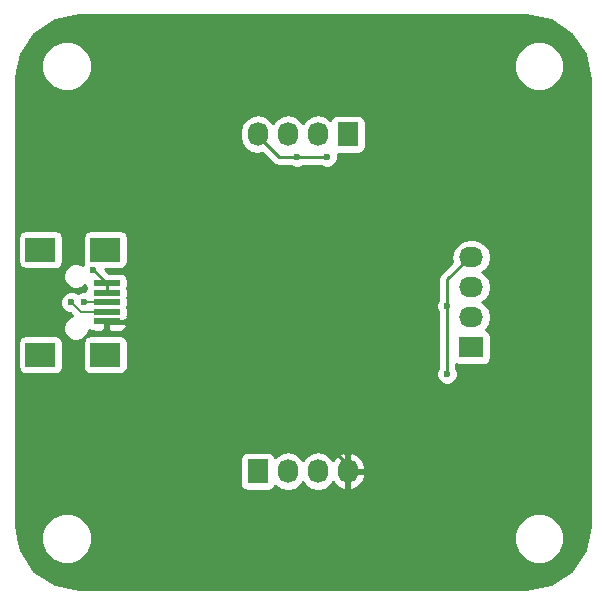
<source format=gbr>
G04 #@! TF.FileFunction,Copper,L2,Bot,Signal*
%FSLAX46Y46*%
G04 Gerber Fmt 4.6, Leading zero omitted, Abs format (unit mm)*
G04 Created by KiCad (PCBNEW 4.0.2+dfsg1-stable) date Thu 18 Aug 2016 03:04:42 AM CEST*
%MOMM*%
G01*
G04 APERTURE LIST*
%ADD10C,0.100000*%
%ADD11R,1.727200X2.032000*%
%ADD12O,1.727200X2.032000*%
%ADD13R,2.301240X0.500380*%
%ADD14R,2.499360X1.998980*%
%ADD15R,2.032000X1.727200*%
%ADD16O,2.032000X1.727200*%
%ADD17C,0.600000*%
%ADD18C,0.254000*%
%ADD19C,0.200000*%
G04 APERTURE END LIST*
D10*
D11*
X107188000Y-97322000D03*
D12*
X109728000Y-97322000D03*
X112268000Y-97322000D03*
X114808000Y-97322000D03*
D13*
X94381320Y-84600200D03*
X94381320Y-83800100D03*
X94381320Y-83000000D03*
X94381320Y-82199900D03*
X94381320Y-81399800D03*
D14*
X94282260Y-87450080D03*
X88783160Y-87450080D03*
X94282260Y-78549920D03*
X88783160Y-78549920D03*
D15*
X125270000Y-86810000D03*
D16*
X125270000Y-84270000D03*
X125270000Y-81730000D03*
X125270000Y-79190000D03*
D11*
X114810000Y-68790000D03*
D12*
X112270000Y-68790000D03*
X109730000Y-68790000D03*
X107190000Y-68790000D03*
D17*
X93250000Y-80250000D03*
X117000000Y-69000000D03*
X105144121Y-68904833D03*
X93217613Y-85608594D03*
X123201588Y-89065557D03*
X123238000Y-83312000D03*
X110499391Y-70698724D03*
X113056309Y-70714556D03*
X92500000Y-83000000D03*
X91404206Y-83013466D03*
D18*
X94381320Y-81399800D02*
X94381320Y-81381320D01*
X94381320Y-81381320D02*
X93250000Y-80250000D01*
X94381320Y-82199900D02*
X94381320Y-81399800D01*
X117000000Y-69000000D02*
X117000000Y-67684026D01*
X117000000Y-67684026D02*
X116065974Y-66750000D01*
X116065974Y-66750000D02*
X106500000Y-66750000D01*
X106500000Y-66750000D02*
X105144121Y-68105879D01*
X105144121Y-68105879D02*
X105144121Y-68904833D01*
X105144121Y-69329097D02*
X105144121Y-68904833D01*
X105144121Y-71944814D02*
X105144121Y-69329097D01*
X105156000Y-71956693D02*
X105144121Y-71944814D01*
X114808000Y-97322000D02*
X114808000Y-96820678D01*
X114808000Y-96820678D02*
X104062861Y-86075539D01*
X104062861Y-86075539D02*
X102608828Y-87529572D01*
X102608828Y-87529572D02*
X102608828Y-82187802D01*
X102608828Y-82187802D02*
X105156000Y-79640630D01*
X99500000Y-87529572D02*
X102608828Y-87529572D01*
X98715312Y-87529572D02*
X99500000Y-87529572D01*
X105156000Y-79640630D02*
X105156000Y-69206693D01*
X105156000Y-79640630D02*
X105622334Y-79640630D01*
X114808000Y-97169600D02*
X114808000Y-97322000D01*
X94381320Y-85104390D02*
X93877116Y-85608594D01*
X93877116Y-85608594D02*
X93641877Y-85608594D01*
X94381320Y-84600200D02*
X94381320Y-85104390D01*
X93641877Y-85608594D02*
X93217613Y-85608594D01*
X94381320Y-84600200D02*
X95785940Y-84600200D01*
X95785940Y-84600200D02*
X98715312Y-87529572D01*
X123238000Y-89029145D02*
X123201588Y-89065557D01*
X123238000Y-83312000D02*
X123238000Y-89029145D01*
X123238000Y-81069600D02*
X125117600Y-79190000D01*
X125117600Y-79190000D02*
X125270000Y-79190000D01*
X123238000Y-83312000D02*
X123238000Y-81069600D01*
X108946324Y-70698724D02*
X110075127Y-70698724D01*
X107190000Y-68790000D02*
X107190000Y-68942400D01*
X110075127Y-70698724D02*
X110499391Y-70698724D01*
X113056309Y-70714556D02*
X110515223Y-70714556D01*
X107190000Y-68942400D02*
X108946324Y-70698724D01*
X110515223Y-70714556D02*
X110499391Y-70698724D01*
D19*
X92500000Y-83000000D02*
X94381320Y-83000000D01*
X94381320Y-83800100D02*
X92190840Y-83800100D01*
X92190840Y-83800100D02*
X91704205Y-83313465D01*
X91704205Y-83313465D02*
X91404206Y-83013466D01*
D18*
G36*
X132019072Y-59125528D02*
X133730760Y-60269241D01*
X134874471Y-61980926D01*
X135290000Y-64069931D01*
X135290000Y-101930069D01*
X134874471Y-104019074D01*
X133730760Y-105730759D01*
X132019072Y-106874472D01*
X129930069Y-107290000D01*
X92069931Y-107290000D01*
X89980926Y-106874471D01*
X88269241Y-105730760D01*
X87125528Y-104019072D01*
X87006926Y-103422815D01*
X88864630Y-103422815D01*
X89188980Y-104207800D01*
X89789041Y-104808909D01*
X90573459Y-105134628D01*
X91422815Y-105135370D01*
X92207800Y-104811020D01*
X92808909Y-104210959D01*
X93134628Y-103426541D01*
X93134631Y-103422815D01*
X128864630Y-103422815D01*
X129188980Y-104207800D01*
X129789041Y-104808909D01*
X130573459Y-105134628D01*
X131422815Y-105135370D01*
X132207800Y-104811020D01*
X132808909Y-104210959D01*
X133134628Y-103426541D01*
X133135370Y-102577185D01*
X132811020Y-101792200D01*
X132210959Y-101191091D01*
X131426541Y-100865372D01*
X130577185Y-100864630D01*
X129792200Y-101188980D01*
X129191091Y-101789041D01*
X128865372Y-102573459D01*
X128864630Y-103422815D01*
X93134631Y-103422815D01*
X93135370Y-102577185D01*
X92811020Y-101792200D01*
X92210959Y-101191091D01*
X91426541Y-100865372D01*
X90577185Y-100864630D01*
X89792200Y-101188980D01*
X89191091Y-101789041D01*
X88865372Y-102573459D01*
X88864630Y-103422815D01*
X87006926Y-103422815D01*
X86710000Y-101930069D01*
X86710000Y-96306000D01*
X105676960Y-96306000D01*
X105676960Y-98338000D01*
X105721238Y-98573317D01*
X105860310Y-98789441D01*
X106072510Y-98934431D01*
X106324400Y-98985440D01*
X108051600Y-98985440D01*
X108286917Y-98941162D01*
X108503041Y-98802090D01*
X108648031Y-98589890D01*
X108656400Y-98548561D01*
X108668330Y-98566415D01*
X109154511Y-98891271D01*
X109728000Y-99005345D01*
X110301489Y-98891271D01*
X110787670Y-98566415D01*
X110998000Y-98251634D01*
X111208330Y-98566415D01*
X111694511Y-98891271D01*
X112268000Y-99005345D01*
X112841489Y-98891271D01*
X113327670Y-98566415D01*
X113534461Y-98256931D01*
X113905964Y-98672732D01*
X114433209Y-98926709D01*
X114448974Y-98929358D01*
X114681000Y-98808217D01*
X114681000Y-97449000D01*
X114935000Y-97449000D01*
X114935000Y-98808217D01*
X115167026Y-98929358D01*
X115182791Y-98926709D01*
X115710036Y-98672732D01*
X116099954Y-98236320D01*
X116293184Y-97683913D01*
X116148924Y-97449000D01*
X114935000Y-97449000D01*
X114681000Y-97449000D01*
X114661000Y-97449000D01*
X114661000Y-97195000D01*
X114681000Y-97195000D01*
X114681000Y-95835783D01*
X114935000Y-95835783D01*
X114935000Y-97195000D01*
X116148924Y-97195000D01*
X116293184Y-96960087D01*
X116099954Y-96407680D01*
X115710036Y-95971268D01*
X115182791Y-95717291D01*
X115167026Y-95714642D01*
X114935000Y-95835783D01*
X114681000Y-95835783D01*
X114448974Y-95714642D01*
X114433209Y-95717291D01*
X113905964Y-95971268D01*
X113534461Y-96387069D01*
X113327670Y-96077585D01*
X112841489Y-95752729D01*
X112268000Y-95638655D01*
X111694511Y-95752729D01*
X111208330Y-96077585D01*
X110998000Y-96392366D01*
X110787670Y-96077585D01*
X110301489Y-95752729D01*
X109728000Y-95638655D01*
X109154511Y-95752729D01*
X108668330Y-96077585D01*
X108658757Y-96091913D01*
X108654762Y-96070683D01*
X108515690Y-95854559D01*
X108303490Y-95709569D01*
X108051600Y-95658560D01*
X106324400Y-95658560D01*
X106089083Y-95702838D01*
X105872959Y-95841910D01*
X105727969Y-96054110D01*
X105676960Y-96306000D01*
X86710000Y-96306000D01*
X86710000Y-89250724D01*
X122266426Y-89250724D01*
X122408471Y-89594500D01*
X122671261Y-89857749D01*
X123014789Y-90000395D01*
X123386755Y-90000719D01*
X123730531Y-89858674D01*
X123993780Y-89595884D01*
X124136426Y-89252356D01*
X124136750Y-88880390D01*
X124000000Y-88549429D01*
X124000000Y-88268589D01*
X124002110Y-88270031D01*
X124254000Y-88321040D01*
X126286000Y-88321040D01*
X126521317Y-88276762D01*
X126737441Y-88137690D01*
X126882431Y-87925490D01*
X126933440Y-87673600D01*
X126933440Y-85946400D01*
X126889162Y-85711083D01*
X126750090Y-85494959D01*
X126537890Y-85349969D01*
X126496561Y-85341600D01*
X126514415Y-85329670D01*
X126839271Y-84843489D01*
X126953345Y-84270000D01*
X126839271Y-83696511D01*
X126514415Y-83210330D01*
X126199634Y-83000000D01*
X126514415Y-82789670D01*
X126839271Y-82303489D01*
X126953345Y-81730000D01*
X126839271Y-81156511D01*
X126514415Y-80670330D01*
X126199634Y-80460000D01*
X126514415Y-80249670D01*
X126839271Y-79763489D01*
X126953345Y-79190000D01*
X126839271Y-78616511D01*
X126514415Y-78130330D01*
X126028234Y-77805474D01*
X125454745Y-77691400D01*
X125085255Y-77691400D01*
X124511766Y-77805474D01*
X124025585Y-78130330D01*
X123700729Y-78616511D01*
X123586655Y-79190000D01*
X123661865Y-79568105D01*
X122699185Y-80530785D01*
X122534004Y-80777995D01*
X122476000Y-81069600D01*
X122476000Y-82751534D01*
X122445808Y-82781673D01*
X122303162Y-83125201D01*
X122302838Y-83497167D01*
X122444883Y-83840943D01*
X122476000Y-83872114D01*
X122476000Y-88468742D01*
X122409396Y-88535230D01*
X122266750Y-88878758D01*
X122266426Y-89250724D01*
X86710000Y-89250724D01*
X86710000Y-86450590D01*
X86886040Y-86450590D01*
X86886040Y-88449570D01*
X86930318Y-88684887D01*
X87069390Y-88901011D01*
X87281590Y-89046001D01*
X87533480Y-89097010D01*
X90032840Y-89097010D01*
X90268157Y-89052732D01*
X90484281Y-88913660D01*
X90629271Y-88701460D01*
X90680280Y-88449570D01*
X90680280Y-86450590D01*
X92385140Y-86450590D01*
X92385140Y-88449570D01*
X92429418Y-88684887D01*
X92568490Y-88901011D01*
X92780690Y-89046001D01*
X93032580Y-89097010D01*
X95531940Y-89097010D01*
X95767257Y-89052732D01*
X95983381Y-88913660D01*
X96128371Y-88701460D01*
X96179380Y-88449570D01*
X96179380Y-86450590D01*
X96135102Y-86215273D01*
X95996030Y-85999149D01*
X95783830Y-85854159D01*
X95531940Y-85803150D01*
X93032580Y-85803150D01*
X92797263Y-85847428D01*
X92581139Y-85986500D01*
X92436149Y-86198700D01*
X92385140Y-86450590D01*
X90680280Y-86450590D01*
X90636002Y-86215273D01*
X90496930Y-85999149D01*
X90284730Y-85854159D01*
X90032840Y-85803150D01*
X87533480Y-85803150D01*
X87298163Y-85847428D01*
X87082039Y-85986500D01*
X86937049Y-86198700D01*
X86886040Y-86450590D01*
X86710000Y-86450590D01*
X86710000Y-83198633D01*
X90469044Y-83198633D01*
X90611089Y-83542409D01*
X90873879Y-83805658D01*
X91217407Y-83948304D01*
X91299669Y-83948376D01*
X91495972Y-84144679D01*
X91169337Y-84279642D01*
X90863974Y-84584473D01*
X90698509Y-84982957D01*
X90698132Y-85414430D01*
X90862902Y-85813203D01*
X91167733Y-86118566D01*
X91566217Y-86284031D01*
X91997690Y-86284408D01*
X92396463Y-86119638D01*
X92701826Y-85814807D01*
X92867291Y-85416323D01*
X92867318Y-85385033D01*
X92871002Y-85388717D01*
X93104391Y-85485390D01*
X94095570Y-85485390D01*
X94254320Y-85326640D01*
X94254320Y-84725295D01*
X94508320Y-84725295D01*
X94508320Y-85326640D01*
X94667070Y-85485390D01*
X95658249Y-85485390D01*
X95891638Y-85388717D01*
X96070267Y-85210089D01*
X96166940Y-84976700D01*
X96166940Y-84884045D01*
X96008190Y-84725295D01*
X94508320Y-84725295D01*
X94254320Y-84725295D01*
X94234320Y-84725295D01*
X94234320Y-84697730D01*
X95531940Y-84697730D01*
X95767257Y-84653452D01*
X95983381Y-84514380D01*
X96014588Y-84468707D01*
X96166940Y-84316355D01*
X96166940Y-84223700D01*
X96151710Y-84186931D01*
X96179380Y-84050290D01*
X96179380Y-83549910D01*
X96150147Y-83394548D01*
X96179380Y-83250190D01*
X96179380Y-82749810D01*
X96150147Y-82594448D01*
X96179380Y-82450090D01*
X96179380Y-81949710D01*
X96150147Y-81794348D01*
X96179380Y-81649990D01*
X96179380Y-81149610D01*
X96135102Y-80914293D01*
X95996030Y-80698169D01*
X95783830Y-80553179D01*
X95531940Y-80502170D01*
X94579800Y-80502170D01*
X94274480Y-80196850D01*
X95531940Y-80196850D01*
X95767257Y-80152572D01*
X95983381Y-80013500D01*
X96128371Y-79801300D01*
X96179380Y-79549410D01*
X96179380Y-77550430D01*
X96135102Y-77315113D01*
X95996030Y-77098989D01*
X95783830Y-76953999D01*
X95531940Y-76902990D01*
X93032580Y-76902990D01*
X92797263Y-76947268D01*
X92581139Y-77086340D01*
X92436149Y-77298540D01*
X92385140Y-77550430D01*
X92385140Y-79549410D01*
X92429418Y-79784727D01*
X92430255Y-79786028D01*
X92391731Y-79878803D01*
X91999583Y-79715969D01*
X91568110Y-79715592D01*
X91169337Y-79880362D01*
X90863974Y-80185193D01*
X90698509Y-80583677D01*
X90698132Y-81015150D01*
X90862902Y-81413923D01*
X91167733Y-81719286D01*
X91566217Y-81884751D01*
X91997690Y-81885128D01*
X92396463Y-81720358D01*
X92583260Y-81533886D01*
X92583260Y-81649990D01*
X92612493Y-81805352D01*
X92583260Y-81949710D01*
X92583260Y-82065072D01*
X92314833Y-82064838D01*
X91971057Y-82206883D01*
X91945568Y-82232328D01*
X91934533Y-82221274D01*
X91591005Y-82078628D01*
X91219039Y-82078304D01*
X90875263Y-82220349D01*
X90612014Y-82483139D01*
X90469368Y-82826667D01*
X90469044Y-83198633D01*
X86710000Y-83198633D01*
X86710000Y-77550430D01*
X86886040Y-77550430D01*
X86886040Y-79549410D01*
X86930318Y-79784727D01*
X87069390Y-80000851D01*
X87281590Y-80145841D01*
X87533480Y-80196850D01*
X90032840Y-80196850D01*
X90268157Y-80152572D01*
X90484281Y-80013500D01*
X90629271Y-79801300D01*
X90680280Y-79549410D01*
X90680280Y-77550430D01*
X90636002Y-77315113D01*
X90496930Y-77098989D01*
X90284730Y-76953999D01*
X90032840Y-76902990D01*
X87533480Y-76902990D01*
X87298163Y-76947268D01*
X87082039Y-77086340D01*
X86937049Y-77298540D01*
X86886040Y-77550430D01*
X86710000Y-77550430D01*
X86710000Y-68605255D01*
X105691400Y-68605255D01*
X105691400Y-68974745D01*
X105805474Y-69548234D01*
X106130330Y-70034415D01*
X106616511Y-70359271D01*
X107190000Y-70473345D01*
X107568105Y-70398135D01*
X108407508Y-71237539D01*
X108654719Y-71402720D01*
X108946324Y-71460724D01*
X109938925Y-71460724D01*
X109969064Y-71490916D01*
X110312592Y-71633562D01*
X110684558Y-71633886D01*
X111028334Y-71491841D01*
X111043646Y-71476556D01*
X112495843Y-71476556D01*
X112525982Y-71506748D01*
X112869510Y-71649394D01*
X113241476Y-71649718D01*
X113585252Y-71507673D01*
X113848501Y-71244883D01*
X113991147Y-70901355D01*
X113991471Y-70529389D01*
X113960090Y-70453440D01*
X115673600Y-70453440D01*
X115908917Y-70409162D01*
X116125041Y-70270090D01*
X116270031Y-70057890D01*
X116321040Y-69806000D01*
X116321040Y-67774000D01*
X116276762Y-67538683D01*
X116137690Y-67322559D01*
X115925490Y-67177569D01*
X115673600Y-67126560D01*
X113946400Y-67126560D01*
X113711083Y-67170838D01*
X113494959Y-67309910D01*
X113349969Y-67522110D01*
X113341600Y-67563439D01*
X113329670Y-67545585D01*
X112843489Y-67220729D01*
X112270000Y-67106655D01*
X111696511Y-67220729D01*
X111210330Y-67545585D01*
X111000000Y-67860366D01*
X110789670Y-67545585D01*
X110303489Y-67220729D01*
X109730000Y-67106655D01*
X109156511Y-67220729D01*
X108670330Y-67545585D01*
X108460000Y-67860366D01*
X108249670Y-67545585D01*
X107763489Y-67220729D01*
X107190000Y-67106655D01*
X106616511Y-67220729D01*
X106130330Y-67545585D01*
X105805474Y-68031766D01*
X105691400Y-68605255D01*
X86710000Y-68605255D01*
X86710000Y-64069931D01*
X86838719Y-63422815D01*
X88864630Y-63422815D01*
X89188980Y-64207800D01*
X89789041Y-64808909D01*
X90573459Y-65134628D01*
X91422815Y-65135370D01*
X92207800Y-64811020D01*
X92808909Y-64210959D01*
X93134628Y-63426541D01*
X93134631Y-63422815D01*
X128864630Y-63422815D01*
X129188980Y-64207800D01*
X129789041Y-64808909D01*
X130573459Y-65134628D01*
X131422815Y-65135370D01*
X132207800Y-64811020D01*
X132808909Y-64210959D01*
X133134628Y-63426541D01*
X133135370Y-62577185D01*
X132811020Y-61792200D01*
X132210959Y-61191091D01*
X131426541Y-60865372D01*
X130577185Y-60864630D01*
X129792200Y-61188980D01*
X129191091Y-61789041D01*
X128865372Y-62573459D01*
X128864630Y-63422815D01*
X93134631Y-63422815D01*
X93135370Y-62577185D01*
X92811020Y-61792200D01*
X92210959Y-61191091D01*
X91426541Y-60865372D01*
X90577185Y-60864630D01*
X89792200Y-61188980D01*
X89191091Y-61789041D01*
X88865372Y-62573459D01*
X88864630Y-63422815D01*
X86838719Y-63422815D01*
X87125528Y-61980928D01*
X88269241Y-60269240D01*
X89980926Y-59125529D01*
X92069931Y-58710000D01*
X129930069Y-58710000D01*
X132019072Y-59125528D01*
X132019072Y-59125528D01*
G37*
X132019072Y-59125528D02*
X133730760Y-60269241D01*
X134874471Y-61980926D01*
X135290000Y-64069931D01*
X135290000Y-101930069D01*
X134874471Y-104019074D01*
X133730760Y-105730759D01*
X132019072Y-106874472D01*
X129930069Y-107290000D01*
X92069931Y-107290000D01*
X89980926Y-106874471D01*
X88269241Y-105730760D01*
X87125528Y-104019072D01*
X87006926Y-103422815D01*
X88864630Y-103422815D01*
X89188980Y-104207800D01*
X89789041Y-104808909D01*
X90573459Y-105134628D01*
X91422815Y-105135370D01*
X92207800Y-104811020D01*
X92808909Y-104210959D01*
X93134628Y-103426541D01*
X93134631Y-103422815D01*
X128864630Y-103422815D01*
X129188980Y-104207800D01*
X129789041Y-104808909D01*
X130573459Y-105134628D01*
X131422815Y-105135370D01*
X132207800Y-104811020D01*
X132808909Y-104210959D01*
X133134628Y-103426541D01*
X133135370Y-102577185D01*
X132811020Y-101792200D01*
X132210959Y-101191091D01*
X131426541Y-100865372D01*
X130577185Y-100864630D01*
X129792200Y-101188980D01*
X129191091Y-101789041D01*
X128865372Y-102573459D01*
X128864630Y-103422815D01*
X93134631Y-103422815D01*
X93135370Y-102577185D01*
X92811020Y-101792200D01*
X92210959Y-101191091D01*
X91426541Y-100865372D01*
X90577185Y-100864630D01*
X89792200Y-101188980D01*
X89191091Y-101789041D01*
X88865372Y-102573459D01*
X88864630Y-103422815D01*
X87006926Y-103422815D01*
X86710000Y-101930069D01*
X86710000Y-96306000D01*
X105676960Y-96306000D01*
X105676960Y-98338000D01*
X105721238Y-98573317D01*
X105860310Y-98789441D01*
X106072510Y-98934431D01*
X106324400Y-98985440D01*
X108051600Y-98985440D01*
X108286917Y-98941162D01*
X108503041Y-98802090D01*
X108648031Y-98589890D01*
X108656400Y-98548561D01*
X108668330Y-98566415D01*
X109154511Y-98891271D01*
X109728000Y-99005345D01*
X110301489Y-98891271D01*
X110787670Y-98566415D01*
X110998000Y-98251634D01*
X111208330Y-98566415D01*
X111694511Y-98891271D01*
X112268000Y-99005345D01*
X112841489Y-98891271D01*
X113327670Y-98566415D01*
X113534461Y-98256931D01*
X113905964Y-98672732D01*
X114433209Y-98926709D01*
X114448974Y-98929358D01*
X114681000Y-98808217D01*
X114681000Y-97449000D01*
X114935000Y-97449000D01*
X114935000Y-98808217D01*
X115167026Y-98929358D01*
X115182791Y-98926709D01*
X115710036Y-98672732D01*
X116099954Y-98236320D01*
X116293184Y-97683913D01*
X116148924Y-97449000D01*
X114935000Y-97449000D01*
X114681000Y-97449000D01*
X114661000Y-97449000D01*
X114661000Y-97195000D01*
X114681000Y-97195000D01*
X114681000Y-95835783D01*
X114935000Y-95835783D01*
X114935000Y-97195000D01*
X116148924Y-97195000D01*
X116293184Y-96960087D01*
X116099954Y-96407680D01*
X115710036Y-95971268D01*
X115182791Y-95717291D01*
X115167026Y-95714642D01*
X114935000Y-95835783D01*
X114681000Y-95835783D01*
X114448974Y-95714642D01*
X114433209Y-95717291D01*
X113905964Y-95971268D01*
X113534461Y-96387069D01*
X113327670Y-96077585D01*
X112841489Y-95752729D01*
X112268000Y-95638655D01*
X111694511Y-95752729D01*
X111208330Y-96077585D01*
X110998000Y-96392366D01*
X110787670Y-96077585D01*
X110301489Y-95752729D01*
X109728000Y-95638655D01*
X109154511Y-95752729D01*
X108668330Y-96077585D01*
X108658757Y-96091913D01*
X108654762Y-96070683D01*
X108515690Y-95854559D01*
X108303490Y-95709569D01*
X108051600Y-95658560D01*
X106324400Y-95658560D01*
X106089083Y-95702838D01*
X105872959Y-95841910D01*
X105727969Y-96054110D01*
X105676960Y-96306000D01*
X86710000Y-96306000D01*
X86710000Y-89250724D01*
X122266426Y-89250724D01*
X122408471Y-89594500D01*
X122671261Y-89857749D01*
X123014789Y-90000395D01*
X123386755Y-90000719D01*
X123730531Y-89858674D01*
X123993780Y-89595884D01*
X124136426Y-89252356D01*
X124136750Y-88880390D01*
X124000000Y-88549429D01*
X124000000Y-88268589D01*
X124002110Y-88270031D01*
X124254000Y-88321040D01*
X126286000Y-88321040D01*
X126521317Y-88276762D01*
X126737441Y-88137690D01*
X126882431Y-87925490D01*
X126933440Y-87673600D01*
X126933440Y-85946400D01*
X126889162Y-85711083D01*
X126750090Y-85494959D01*
X126537890Y-85349969D01*
X126496561Y-85341600D01*
X126514415Y-85329670D01*
X126839271Y-84843489D01*
X126953345Y-84270000D01*
X126839271Y-83696511D01*
X126514415Y-83210330D01*
X126199634Y-83000000D01*
X126514415Y-82789670D01*
X126839271Y-82303489D01*
X126953345Y-81730000D01*
X126839271Y-81156511D01*
X126514415Y-80670330D01*
X126199634Y-80460000D01*
X126514415Y-80249670D01*
X126839271Y-79763489D01*
X126953345Y-79190000D01*
X126839271Y-78616511D01*
X126514415Y-78130330D01*
X126028234Y-77805474D01*
X125454745Y-77691400D01*
X125085255Y-77691400D01*
X124511766Y-77805474D01*
X124025585Y-78130330D01*
X123700729Y-78616511D01*
X123586655Y-79190000D01*
X123661865Y-79568105D01*
X122699185Y-80530785D01*
X122534004Y-80777995D01*
X122476000Y-81069600D01*
X122476000Y-82751534D01*
X122445808Y-82781673D01*
X122303162Y-83125201D01*
X122302838Y-83497167D01*
X122444883Y-83840943D01*
X122476000Y-83872114D01*
X122476000Y-88468742D01*
X122409396Y-88535230D01*
X122266750Y-88878758D01*
X122266426Y-89250724D01*
X86710000Y-89250724D01*
X86710000Y-86450590D01*
X86886040Y-86450590D01*
X86886040Y-88449570D01*
X86930318Y-88684887D01*
X87069390Y-88901011D01*
X87281590Y-89046001D01*
X87533480Y-89097010D01*
X90032840Y-89097010D01*
X90268157Y-89052732D01*
X90484281Y-88913660D01*
X90629271Y-88701460D01*
X90680280Y-88449570D01*
X90680280Y-86450590D01*
X92385140Y-86450590D01*
X92385140Y-88449570D01*
X92429418Y-88684887D01*
X92568490Y-88901011D01*
X92780690Y-89046001D01*
X93032580Y-89097010D01*
X95531940Y-89097010D01*
X95767257Y-89052732D01*
X95983381Y-88913660D01*
X96128371Y-88701460D01*
X96179380Y-88449570D01*
X96179380Y-86450590D01*
X96135102Y-86215273D01*
X95996030Y-85999149D01*
X95783830Y-85854159D01*
X95531940Y-85803150D01*
X93032580Y-85803150D01*
X92797263Y-85847428D01*
X92581139Y-85986500D01*
X92436149Y-86198700D01*
X92385140Y-86450590D01*
X90680280Y-86450590D01*
X90636002Y-86215273D01*
X90496930Y-85999149D01*
X90284730Y-85854159D01*
X90032840Y-85803150D01*
X87533480Y-85803150D01*
X87298163Y-85847428D01*
X87082039Y-85986500D01*
X86937049Y-86198700D01*
X86886040Y-86450590D01*
X86710000Y-86450590D01*
X86710000Y-83198633D01*
X90469044Y-83198633D01*
X90611089Y-83542409D01*
X90873879Y-83805658D01*
X91217407Y-83948304D01*
X91299669Y-83948376D01*
X91495972Y-84144679D01*
X91169337Y-84279642D01*
X90863974Y-84584473D01*
X90698509Y-84982957D01*
X90698132Y-85414430D01*
X90862902Y-85813203D01*
X91167733Y-86118566D01*
X91566217Y-86284031D01*
X91997690Y-86284408D01*
X92396463Y-86119638D01*
X92701826Y-85814807D01*
X92867291Y-85416323D01*
X92867318Y-85385033D01*
X92871002Y-85388717D01*
X93104391Y-85485390D01*
X94095570Y-85485390D01*
X94254320Y-85326640D01*
X94254320Y-84725295D01*
X94508320Y-84725295D01*
X94508320Y-85326640D01*
X94667070Y-85485390D01*
X95658249Y-85485390D01*
X95891638Y-85388717D01*
X96070267Y-85210089D01*
X96166940Y-84976700D01*
X96166940Y-84884045D01*
X96008190Y-84725295D01*
X94508320Y-84725295D01*
X94254320Y-84725295D01*
X94234320Y-84725295D01*
X94234320Y-84697730D01*
X95531940Y-84697730D01*
X95767257Y-84653452D01*
X95983381Y-84514380D01*
X96014588Y-84468707D01*
X96166940Y-84316355D01*
X96166940Y-84223700D01*
X96151710Y-84186931D01*
X96179380Y-84050290D01*
X96179380Y-83549910D01*
X96150147Y-83394548D01*
X96179380Y-83250190D01*
X96179380Y-82749810D01*
X96150147Y-82594448D01*
X96179380Y-82450090D01*
X96179380Y-81949710D01*
X96150147Y-81794348D01*
X96179380Y-81649990D01*
X96179380Y-81149610D01*
X96135102Y-80914293D01*
X95996030Y-80698169D01*
X95783830Y-80553179D01*
X95531940Y-80502170D01*
X94579800Y-80502170D01*
X94274480Y-80196850D01*
X95531940Y-80196850D01*
X95767257Y-80152572D01*
X95983381Y-80013500D01*
X96128371Y-79801300D01*
X96179380Y-79549410D01*
X96179380Y-77550430D01*
X96135102Y-77315113D01*
X95996030Y-77098989D01*
X95783830Y-76953999D01*
X95531940Y-76902990D01*
X93032580Y-76902990D01*
X92797263Y-76947268D01*
X92581139Y-77086340D01*
X92436149Y-77298540D01*
X92385140Y-77550430D01*
X92385140Y-79549410D01*
X92429418Y-79784727D01*
X92430255Y-79786028D01*
X92391731Y-79878803D01*
X91999583Y-79715969D01*
X91568110Y-79715592D01*
X91169337Y-79880362D01*
X90863974Y-80185193D01*
X90698509Y-80583677D01*
X90698132Y-81015150D01*
X90862902Y-81413923D01*
X91167733Y-81719286D01*
X91566217Y-81884751D01*
X91997690Y-81885128D01*
X92396463Y-81720358D01*
X92583260Y-81533886D01*
X92583260Y-81649990D01*
X92612493Y-81805352D01*
X92583260Y-81949710D01*
X92583260Y-82065072D01*
X92314833Y-82064838D01*
X91971057Y-82206883D01*
X91945568Y-82232328D01*
X91934533Y-82221274D01*
X91591005Y-82078628D01*
X91219039Y-82078304D01*
X90875263Y-82220349D01*
X90612014Y-82483139D01*
X90469368Y-82826667D01*
X90469044Y-83198633D01*
X86710000Y-83198633D01*
X86710000Y-77550430D01*
X86886040Y-77550430D01*
X86886040Y-79549410D01*
X86930318Y-79784727D01*
X87069390Y-80000851D01*
X87281590Y-80145841D01*
X87533480Y-80196850D01*
X90032840Y-80196850D01*
X90268157Y-80152572D01*
X90484281Y-80013500D01*
X90629271Y-79801300D01*
X90680280Y-79549410D01*
X90680280Y-77550430D01*
X90636002Y-77315113D01*
X90496930Y-77098989D01*
X90284730Y-76953999D01*
X90032840Y-76902990D01*
X87533480Y-76902990D01*
X87298163Y-76947268D01*
X87082039Y-77086340D01*
X86937049Y-77298540D01*
X86886040Y-77550430D01*
X86710000Y-77550430D01*
X86710000Y-68605255D01*
X105691400Y-68605255D01*
X105691400Y-68974745D01*
X105805474Y-69548234D01*
X106130330Y-70034415D01*
X106616511Y-70359271D01*
X107190000Y-70473345D01*
X107568105Y-70398135D01*
X108407508Y-71237539D01*
X108654719Y-71402720D01*
X108946324Y-71460724D01*
X109938925Y-71460724D01*
X109969064Y-71490916D01*
X110312592Y-71633562D01*
X110684558Y-71633886D01*
X111028334Y-71491841D01*
X111043646Y-71476556D01*
X112495843Y-71476556D01*
X112525982Y-71506748D01*
X112869510Y-71649394D01*
X113241476Y-71649718D01*
X113585252Y-71507673D01*
X113848501Y-71244883D01*
X113991147Y-70901355D01*
X113991471Y-70529389D01*
X113960090Y-70453440D01*
X115673600Y-70453440D01*
X115908917Y-70409162D01*
X116125041Y-70270090D01*
X116270031Y-70057890D01*
X116321040Y-69806000D01*
X116321040Y-67774000D01*
X116276762Y-67538683D01*
X116137690Y-67322559D01*
X115925490Y-67177569D01*
X115673600Y-67126560D01*
X113946400Y-67126560D01*
X113711083Y-67170838D01*
X113494959Y-67309910D01*
X113349969Y-67522110D01*
X113341600Y-67563439D01*
X113329670Y-67545585D01*
X112843489Y-67220729D01*
X112270000Y-67106655D01*
X111696511Y-67220729D01*
X111210330Y-67545585D01*
X111000000Y-67860366D01*
X110789670Y-67545585D01*
X110303489Y-67220729D01*
X109730000Y-67106655D01*
X109156511Y-67220729D01*
X108670330Y-67545585D01*
X108460000Y-67860366D01*
X108249670Y-67545585D01*
X107763489Y-67220729D01*
X107190000Y-67106655D01*
X106616511Y-67220729D01*
X106130330Y-67545585D01*
X105805474Y-68031766D01*
X105691400Y-68605255D01*
X86710000Y-68605255D01*
X86710000Y-64069931D01*
X86838719Y-63422815D01*
X88864630Y-63422815D01*
X89188980Y-64207800D01*
X89789041Y-64808909D01*
X90573459Y-65134628D01*
X91422815Y-65135370D01*
X92207800Y-64811020D01*
X92808909Y-64210959D01*
X93134628Y-63426541D01*
X93134631Y-63422815D01*
X128864630Y-63422815D01*
X129188980Y-64207800D01*
X129789041Y-64808909D01*
X130573459Y-65134628D01*
X131422815Y-65135370D01*
X132207800Y-64811020D01*
X132808909Y-64210959D01*
X133134628Y-63426541D01*
X133135370Y-62577185D01*
X132811020Y-61792200D01*
X132210959Y-61191091D01*
X131426541Y-60865372D01*
X130577185Y-60864630D01*
X129792200Y-61188980D01*
X129191091Y-61789041D01*
X128865372Y-62573459D01*
X128864630Y-63422815D01*
X93134631Y-63422815D01*
X93135370Y-62577185D01*
X92811020Y-61792200D01*
X92210959Y-61191091D01*
X91426541Y-60865372D01*
X90577185Y-60864630D01*
X89792200Y-61188980D01*
X89191091Y-61789041D01*
X88865372Y-62573459D01*
X88864630Y-63422815D01*
X86838719Y-63422815D01*
X87125528Y-61980928D01*
X88269241Y-60269240D01*
X89980926Y-59125529D01*
X92069931Y-58710000D01*
X129930069Y-58710000D01*
X132019072Y-59125528D01*
M02*

</source>
